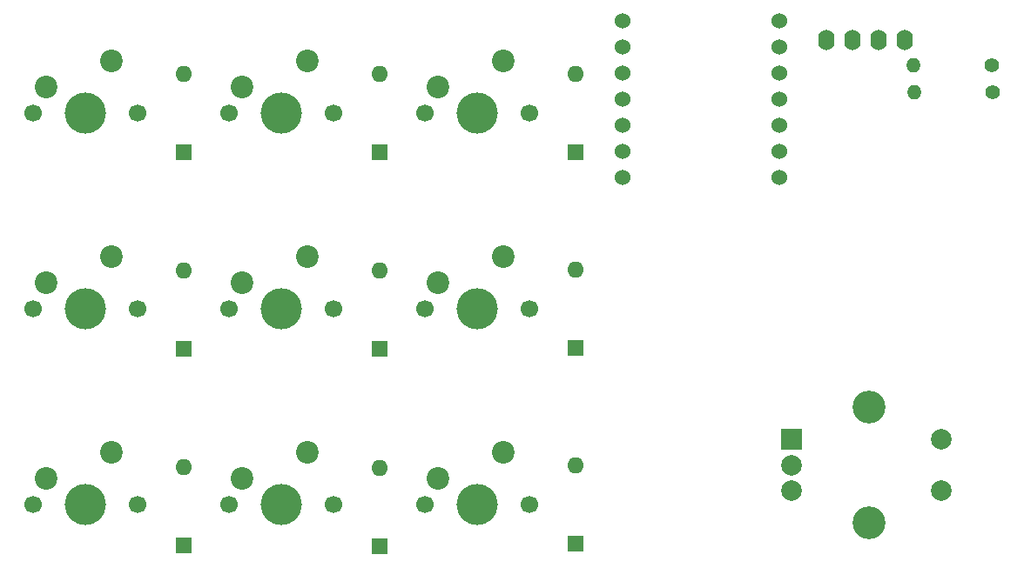
<source format=gts>
%TF.GenerationSoftware,KiCad,Pcbnew,9.0.0*%
%TF.CreationDate,2025-03-01T22:53:14+02:00*%
%TF.ProjectId,hackpad,6861636b-7061-4642-9e6b-696361645f70,rev?*%
%TF.SameCoordinates,Original*%
%TF.FileFunction,Soldermask,Top*%
%TF.FilePolarity,Negative*%
%FSLAX46Y46*%
G04 Gerber Fmt 4.6, Leading zero omitted, Abs format (unit mm)*
G04 Created by KiCad (PCBNEW 9.0.0) date 2025-03-01 22:53:14*
%MOMM*%
%LPD*%
G01*
G04 APERTURE LIST*
%ADD10R,2.000000X2.000000*%
%ADD11C,2.000000*%
%ADD12C,3.200000*%
%ADD13C,1.700000*%
%ADD14C,4.000000*%
%ADD15C,2.200000*%
%ADD16O,1.600000X2.000000*%
%ADD17R,1.600000X1.600000*%
%ADD18O,1.600000X1.600000*%
%ADD19C,1.400000*%
%ADD20O,1.400000X1.400000*%
%ADD21C,1.524000*%
G04 APERTURE END LIST*
D10*
X237750000Y-103200000D03*
D11*
X237750000Y-108200000D03*
X237750000Y-105700000D03*
D12*
X245250000Y-100100000D03*
X245250000Y-111300000D03*
D11*
X252250000Y-108200000D03*
X252250000Y-103200000D03*
D13*
X183038750Y-90487500D03*
D14*
X188118750Y-90487500D03*
D13*
X193198750Y-90487500D03*
D15*
X190658750Y-85407500D03*
X184308750Y-87947500D03*
D13*
X202088750Y-90487500D03*
D14*
X207168750Y-90487500D03*
D13*
X212248750Y-90487500D03*
D15*
X209708750Y-85407500D03*
X203358750Y-87947500D03*
D13*
X183038750Y-109537500D03*
D14*
X188118750Y-109537500D03*
D13*
X193198750Y-109537500D03*
D15*
X190658750Y-104457500D03*
X184308750Y-106997500D03*
D16*
X241080000Y-64350000D03*
X243620000Y-64350000D03*
X246160000Y-64350000D03*
X248700000Y-64350000D03*
D13*
X202088750Y-71437500D03*
D14*
X207168750Y-71437500D03*
D13*
X212248750Y-71437500D03*
D15*
X209708750Y-66357500D03*
X203358750Y-68897500D03*
D13*
X163988750Y-109537500D03*
D14*
X169068750Y-109537500D03*
D13*
X174148750Y-109537500D03*
D15*
X171608750Y-104457500D03*
X165258750Y-106997500D03*
D13*
X202088750Y-109537500D03*
D14*
X207168750Y-109537500D03*
D13*
X212248750Y-109537500D03*
D15*
X209708750Y-104457500D03*
X203358750Y-106997500D03*
D13*
X163988750Y-90487500D03*
D14*
X169068750Y-90487500D03*
D13*
X174148750Y-90487500D03*
D15*
X171608750Y-85407500D03*
X165258750Y-87947500D03*
D13*
X183038750Y-71437500D03*
D14*
X188118750Y-71437500D03*
D13*
X193198750Y-71437500D03*
D15*
X190658750Y-66357500D03*
X184308750Y-68897500D03*
D13*
X163988750Y-71437500D03*
D14*
X169068750Y-71437500D03*
D13*
X174148750Y-71437500D03*
D15*
X171608750Y-66357500D03*
X165258750Y-68897500D03*
D17*
X178593750Y-94378750D03*
D18*
X178593750Y-86758750D03*
D17*
X178593750Y-75247500D03*
D18*
X178593750Y-67627500D03*
D17*
X197643750Y-113610000D03*
D18*
X197643750Y-105990000D03*
D17*
X197643750Y-94428750D03*
D18*
X197643750Y-86808750D03*
D17*
X216693750Y-113347500D03*
D18*
X216693750Y-105727500D03*
D19*
X257310000Y-69400000D03*
D20*
X249690000Y-69400000D03*
D17*
X197643750Y-75247500D03*
D18*
X197643750Y-67627500D03*
D17*
X216693750Y-94297500D03*
D18*
X216693750Y-86677500D03*
D17*
X178593750Y-113510000D03*
D18*
X178593750Y-105890000D03*
D19*
X257210000Y-66800000D03*
D20*
X249590000Y-66800000D03*
D17*
X216693750Y-75247500D03*
D18*
X216693750Y-67627500D03*
D21*
X236540000Y-62500000D03*
X236540000Y-65040000D03*
X236540000Y-67580000D03*
X236540000Y-70120000D03*
X236540000Y-72660000D03*
X236540000Y-75200000D03*
X236540000Y-77740000D03*
X221300000Y-77740000D03*
X221300000Y-75200000D03*
X221300000Y-72660000D03*
X221300000Y-70120000D03*
X221300000Y-67580000D03*
X221300000Y-65040000D03*
X221300000Y-62500000D03*
M02*

</source>
